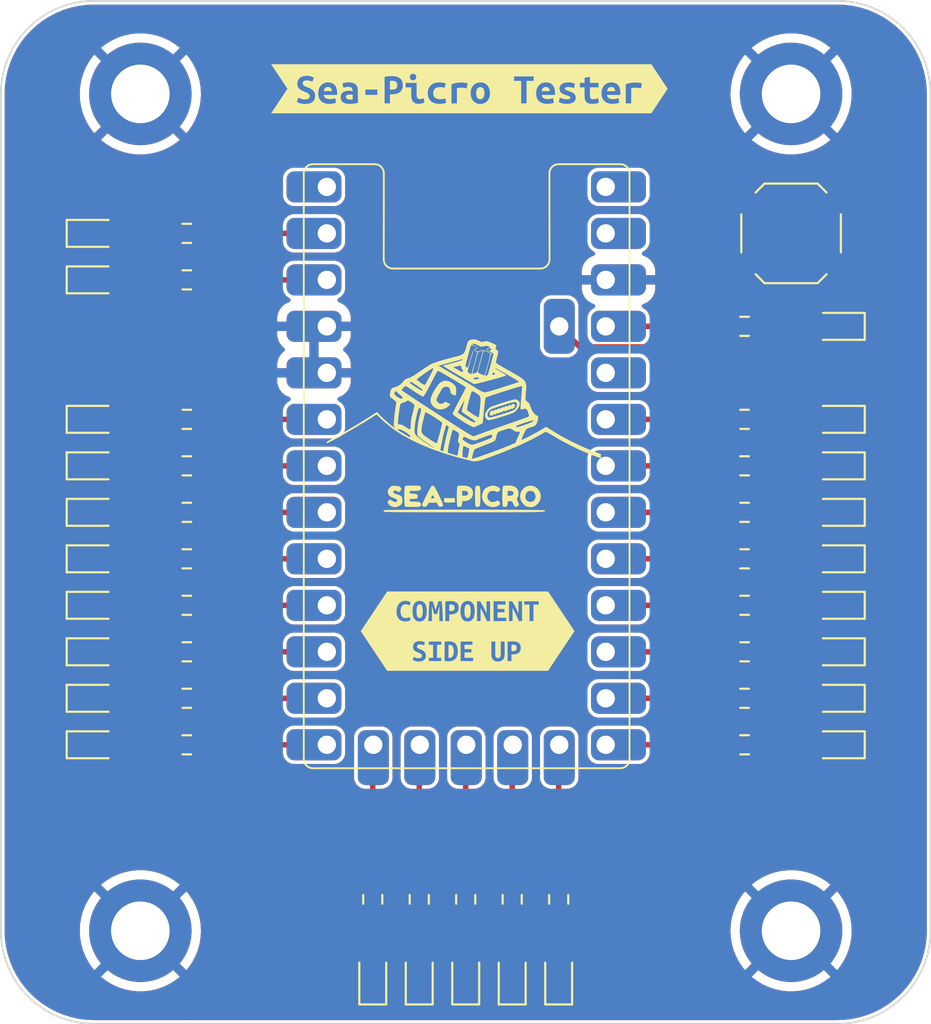
<source format=kicad_pcb>
(kicad_pcb (version 20211014) (generator pcbnew)
  (layers (0 "F.Cu" signal) (31 "B.Cu" signal) (34 "B.Paste" user) (35 "F.Paste" user) (36 "B.SilkS" user "B.Silkscreen") (37 "F.SilkS" user "F.Silkscreen") (38 "B.Mask" user) (39 "F.Mask" user) (44 "Edge.Cuts" user))
  (net 0 "")
  (net 1 "GND")
  (net 2 "Net-(D1-Pad2)")
  (net 3 "Net-(D2-Pad2)")
  (net 4 "Net-(D3-Pad2)")
  (net 5 "Net-(D4-Pad2)")
  (net 6 "Net-(D5-Pad2)")
  (net 7 "Net-(D6-Pad2)")
  (net 8 "Net-(D7-Pad2)")
  (net 9 "Net-(D8-Pad2)")
  (net 10 "Net-(D9-Pad2)")
  (net 11 "Net-(D10-Pad2)")
  (net 12 "Net-(D11-Pad2)")
  (net 13 "Net-(D12-Pad2)")
  (net 14 "Net-(D13-Pad2)")
  (net 15 "Net-(D14-Pad2)")
  (net 16 "Net-(D15-Pad2)")
  (net 17 "Net-(D16-Pad2)")
  (net 18 "Net-(D17-Pad2)")
  (net 19 "Net-(D18-Pad2)")
  (net 20 "Net-(D19-Pad2)")
  (net 21 "Net-(D20-Pad2)")
  (net 22 "Net-(D21-Pad2)")
  (net 23 "Net-(D22-Pad2)")
  (net 25 "Net-(J2-Pad6)")
  (net 26 "Net-(J2-Pad7)")
  (net 27 "Net-(J2-Pad8)")
  (net 28 "Net-(J2-Pad9)")
  (net 29 "Net-(J2-Pad10)")
  (net 30 "Net-(J2-Pad11)")
  (net 31 "Net-(J2-Pad12)")
  (net 32 "Net-(J2-Pad13)")
  (net 33 "Net-(J2-Pad14)")
  (net 34 "Net-(J2-Pad15)")
  (net 35 "Net-(J2-Pad16)")
  (net 36 "Net-(J2-Pad17)")
  (net 37 "Net-(J2-Pad18)")
  (net 38 "Net-(J2-Pad19)")
  (net 39 "Net-(J2-Pad20)")
  (net 40 "Net-(J2-Pad21)")
  (net 41 "Net-(J2-Pad22)")
  (net 42 "Net-(J2-Pad23)")
  (net 43 "Net-(J2-Pad24)")
  (net 44 "Net-(J2-Pad25)")
  (net 45 "Net-(J2-Pad26)")
  (net 47 "Net-(J2-Pad28)")
  (net 50 "Net-(J2-Pad32)")
  (net 51 "Net-(D23-Pad2)")
  (net 52 "Net-(D24-Pad2)")
  (net 53 "Net-(J2-Pad3)")
  (net 54 "Net-(J2-Pad2)")
  (footprint "Resistor_SMD:R_0603_1608Metric" (layer "F.Cu") (at 124.46 93.98 180)
    (fp_text reference "R8" hide)
    (fp_text value "R")
    (pad "1" smd roundrect (at -0.825 0 180) (size 0.8 0.95) (layers "F.Cu" "F.Paste" "F.Mask") (net 28 "Net-(J2-Pad9)"))
    (pad "2" smd roundrect (at 0.825 0 180) (size 0.8 0.95) (layers "F.Cu" "F.Paste" "F.Mask") (net 9 "Net-(D8-Pad2)"))
  )
  (footprint "Resistor_SMD:R_0603_1608Metric" (layer "F.Cu") (at 154.94 91.44)
    (fp_text reference "R7" hide)
    (fp_text value "R")
    (pad "1" smd roundrect (at -0.825 0) (size 0.8 0.95) (layers "F.Cu" "F.Paste" "F.Mask") (net 43 "Net-(J2-Pad24)"))
    (pad "2" smd roundrect (at 0.825 0) (size 0.8 0.95) (layers "F.Cu" "F.Paste" "F.Mask") (net 8 "Net-(D7-Pad2)"))
  )
  (footprint "LED_SMD:LED_0603_1608Metric" (layer "F.Cu") (at 160.02 96.52 180)
    (fp_text reference "D11" hide)
    (fp_text value "LED")
    (pad "1" smd roundrect (at -0.7875 0 180) (size 0.875 0.95) (layers "F.Cu" "F.Paste" "F.Mask") (net 1 "GND"))
    (pad "2" smd roundrect (at 0.7875 0 180) (size 0.875 0.95) (layers "F.Cu" "F.Paste" "F.Mask") (net 12 "Net-(D11-Pad2)"))
  )
  (footprint "MountingHole:MountingHole_3.2mm_M3_DIN965_Pad" (layer "F.Cu") (at 157.48 114.3)
    (fp_text reference "H4" hide)
    (fp_text value "M3")
    (pad "1" thru_hole circle (at 0 0) (size 5.6 5.6) (drill 3.2) (layers *.Cu *.Mask) (net 1 "GND"))
  )
  (footprint "Resistor_SMD:R_0603_1608Metric" (layer "F.Cu") (at 154.94 101.6)
    (fp_text reference "R15" hide)
    (fp_text value "R")
    (pad "1" smd roundrect (at -0.825 0) (size 0.8 0.95) (layers "F.Cu" "F.Paste" "F.Mask") (net 39 "Net-(J2-Pad20)"))
    (pad "2" smd roundrect (at 0.825 0) (size 0.8 0.95) (layers "F.Cu" "F.Paste" "F.Mask") (net 16 "Net-(D15-Pad2)"))
  )
  (footprint "Resistor_SMD:R_0603_1608Metric" (layer "F.Cu") (at 142.24 112.585 -90)
    (fp_text reference "R19" hide)
    (fp_text value "R")
    (pad "1" smd roundrect (at -0.825 0 270) (size 0.8 0.95) (layers "F.Cu" "F.Paste" "F.Mask") (net 36 "Net-(J2-Pad17)"))
    (pad "2" smd roundrect (at 0.825 0 270) (size 0.8 0.95) (layers "F.Cu" "F.Paste" "F.Mask") (net 20 "Net-(D19-Pad2)"))
  )
  (footprint "Resistor_SMD:R_0603_1608Metric" (layer "F.Cu") (at 137.16 112.585 -90)
    (fp_text reference "R18" hide)
    (fp_text value "R")
    (pad "1" smd roundrect (at -0.825 0 270) (size 0.8 0.95) (layers "F.Cu" "F.Paste" "F.Mask") (net 34 "Net-(J2-Pad15)"))
    (pad "2" smd roundrect (at 0.825 0 270) (size 0.8 0.95) (layers "F.Cu" "F.Paste" "F.Mask") (net 19 "Net-(D18-Pad2)"))
  )
  (footprint "LED_SMD:LED_0603_1608Metric" (layer "F.Cu") (at 160.02 99.06 180)
    (fp_text reference "D13" hide)
    (fp_text value "LED")
    (pad "1" smd roundrect (at -0.7875 0 180) (size 0.875 0.95) (layers "F.Cu" "F.Paste" "F.Mask") (net 1 "GND"))
    (pad "2" smd roundrect (at 0.7875 0 180) (size 0.875 0.95) (layers "F.Cu" "F.Paste" "F.Mask") (net 14 "Net-(D13-Pad2)"))
  )
  (footprint "LED_SMD:LED_0603_1608Metric" (layer "F.Cu") (at 160.02 86.36 180)
    (fp_text reference "D3" hide)
    (fp_text value "LED")
    (pad "1" smd roundrect (at -0.7875 0 180) (size 0.875 0.95) (layers "F.Cu" "F.Paste" "F.Mask") (net 1 "GND"))
    (pad "2" smd roundrect (at 0.7875 0 180) (size 0.875 0.95) (layers "F.Cu" "F.Paste" "F.Mask") (net 4 "Net-(D3-Pad2)"))
  )
  (footprint "LED_SMD:LED_0603_1608Metric" (layer "F.Cu") (at 160.02 81.28 180)
    (fp_text reference "D1" hide)
    (fp_text value "LED")
    (pad "1" smd roundrect (at -0.7875 0 180) (size 0.875 0.95) (layers "F.Cu" "F.Paste" "F.Mask") (net 1 "GND"))
    (pad "2" smd roundrect (at 0.7875 0 180) (size 0.875 0.95) (layers "F.Cu" "F.Paste" "F.Mask") (net 2 "Net-(D1-Pad2)"))
  )
  (footprint "MountingHole:MountingHole_3.2mm_M3_DIN965_Pad" (layer "F.Cu") (at 121.92 114.3)
    (fp_text reference "H3" hide)
    (fp_text value "M3")
    (pad "1" thru_hole circle (at 0 0) (size 5.6 5.6) (drill 3.2) (layers *.Cu *.Mask) (net 1 "GND"))
  )
  (footprint "LED_SMD:LED_0603_1608Metric" (layer "F.Cu") (at 119.38 91.44)
    (fp_text reference "D6" hide)
    (fp_text value "LED")
    (pad "1" smd roundrect (at -0.7875 0) (size 0.875 0.95) (layers "F.Cu" "F.Paste" "F.Mask") (net 1 "GND"))
    (pad "2" smd roundrect (at 0.7875 0) (size 0.875 0.95) (layers "F.Cu" "F.Paste" "F.Mask") (net 7 "Net-(D6-Pad2)"))
  )
  (footprint "LED_SMD:LED_0603_1608Metric" (layer "F.Cu") (at 119.38 104.14)
    (fp_text reference "D16" hide)
    (fp_text value "LED")
    (pad "1" smd roundrect (at -0.7875 0) (size 0.875 0.95) (layers "F.Cu" "F.Paste" "F.Mask") (net 1 "GND"))
    (pad "2" smd roundrect (at 0.7875 0) (size 0.875 0.95) (layers "F.Cu" "F.Paste" "F.Mask") (net 17 "Net-(D16-Pad2)"))
  )
  (footprint "LED_SMD:LED_0603_1608Metric" (layer "F.Cu") (at 119.38 88.9)
    (fp_text reference "D4" hide)
    (fp_text value "LED")
    (pad "1" smd roundrect (at -0.7875 0) (size 0.875 0.95) (layers "F.Cu" "F.Paste" "F.Mask") (net 1 "GND"))
    (pad "2" smd roundrect (at 0.7875 0) (size 0.875 0.95) (layers "F.Cu" "F.Paste" "F.Mask") (net 5 "Net-(D4-Pad2)"))
  )
  (footprint "Resistor_SMD:R_0603_1608Metric" (layer "F.Cu") (at 154.94 93.98)
    (fp_text reference "R9" hide)
    (fp_text value "R")
    (pad "1" smd roundrect (at -0.825 0) (size 0.8 0.95) (layers "F.Cu" "F.Paste" "F.Mask") (net 42 "Net-(J2-Pad23)"))
    (pad "2" smd roundrect (at 0.825 0) (size 0.8 0.95) (layers "F.Cu" "F.Paste" "F.Mask") (net 10 "Net-(D9-Pad2)"))
  )
  (footprint "LED_SMD:LED_0603_1608Metric" (layer "F.Cu") (at 160.02 101.6 180)
    (fp_text reference "D15" hide)
    (fp_text value "LED")
    (pad "1" smd roundrect (at -0.7875 0 180) (size 0.875 0.95) (layers "F.Cu" "F.Paste" "F.Mask") (net 1 "GND"))
    (pad "2" smd roundrect (at 0.7875 0 180) (size 0.875 0.95) (layers "F.Cu" "F.Paste" "F.Mask") (net 16 "Net-(D15-Pad2)"))
  )
  (footprint "LED_SMD:LED_0603_1608Metric" (layer "F.Cu") (at 142.24 116.84 90)
    (fp_text reference "D19" hide)
    (fp_text value "LED")
    (pad "1" smd roundrect (at -0.7875 0 90) (size 0.875 0.95) (layers "F.Cu" "F.Paste" "F.Mask") (net 1 "GND"))
    (pad "2" smd roundrect (at 0.7875 0 90) (size 0.875 0.95) (layers "F.Cu" "F.Paste" "F.Mask") (net 20 "Net-(D19-Pad2)"))
  )
  (footprint "Resistor_SMD:R_0603_1608Metric" (layer "F.Cu") (at 124.46 86.36 180)
    (fp_text reference "R2" hide)
    (fp_text value "R")
    (pad "1" smd roundrect (at -0.825 0 180) (size 0.8 0.95) (layers "F.Cu" "F.Paste" "F.Mask") (net 25 "Net-(J2-Pad6)"))
    (pad "2" smd roundrect (at 0.825 0 180) (size 0.8 0.95) (layers "F.Cu" "F.Paste" "F.Mask") (net 3 "Net-(D2-Pad2)"))
  )
  (footprint "Resistor_SMD:R_0603_1608Metric" (layer "F.Cu") (at 124.46 96.52 180)
    (fp_text reference "R10" hide)
    (fp_text value "R")
    (pad "1" smd roundrect (at -0.825 0 180) (size 0.8 0.95) (layers "F.Cu" "F.Paste" "F.Mask") (net 29 "Net-(J2-Pad10)"))
    (pad "2" smd roundrect (at 0.825 0 180) (size 0.8 0.95) (layers "F.Cu" "F.Paste" "F.Mask") (net 11 "Net-(D10-Pad2)"))
  )
  (footprint "Resistor_SMD:R_0603_1608Metric" (layer "F.Cu") (at 124.46 76.2 180)
    (fp_text reference "R23" hide)
    (fp_text value "R")
    (pad "1" smd roundrect (at -0.825 0 180) (size 0.8 0.95) (layers "F.Cu" "F.Paste" "F.Mask") (net 54 "Net-(J2-Pad2)"))
    (pad "2" smd roundrect (at 0.825 0 180) (size 0.8 0.95) (layers "F.Cu" "F.Paste" "F.Mask") (net 51 "Net-(D23-Pad2)"))
  )
  (footprint "LED_SMD:LED_0603_1608Metric" (layer "F.Cu") (at 144.78 116.84 90)
    (fp_text reference "D21" hide)
    (fp_text value "LED")
    (pad "1" smd roundrect (at -0.7875 0 90) (size 0.875 0.95) (layers "F.Cu" "F.Paste" "F.Mask") (net 1 "GND"))
    (pad "2" smd roundrect (at 0.7875 0 90) (size 0.875 0.95) (layers "F.Cu" "F.Paste" "F.Mask") (net 22 "Net-(D21-Pad2)"))
  )
  (footprint "Resistor_SMD:R_0603_1608Metric" (layer "F.Cu") (at 154.94 99.06)
    (fp_text reference "R13" hide)
    (fp_text value "R")
    (pad "1" smd roundrect (at -0.825 0) (size 0.8 0.95) (layers "F.Cu" "F.Paste" "F.Mask") (net 40 "Net-(J2-Pad21)"))
    (pad "2" smd roundrect (at 0.825 0) (size 0.8 0.95) (layers "F.Cu" "F.Paste" "F.Mask") (net 14 "Net-(D13-Pad2)"))
  )
  (footprint "LED_SMD:LED_0603_1608Metric" (layer "F.Cu") (at 119.38 101.6)
    (fp_text reference "D14" hide)
    (fp_text value "LED")
    (pad "1" smd roundrect (at -0.7875 0) (size 0.875 0.95) (layers "F.Cu" "F.Paste" "F.Mask") (net 1 "GND"))
    (pad "2" smd roundrect (at 0.7875 0) (size 0.875 0.95) (layers "F.Cu" "F.Paste" "F.Mask") (net 15 "Net-(D14-Pad2)"))
  )
  (footprint "Resistor_SMD:R_0603_1608Metric" (layer "F.Cu") (at 144.78 112.585 -90)
    (fp_text reference "R21" hide)
    (fp_text value "R")
    (pad "1" smd roundrect (at -0.825 0 270) (size 0.8 0.95) (layers "F.Cu" "F.Paste" "F.Mask") (net 37 "Net-(J2-Pad18)"))
    (pad "2" smd roundrect (at 0.825 0 270) (size 0.8 0.95) (layers "F.Cu" "F.Paste" "F.Mask") (net 22 "Net-(D21-Pad2)"))
  )
  (footprint "josh-buttons-switches:SW_SPST_SKQG" (layer "F.Cu") (at 157.48 76.2 180)
    (fp_text reference "SW1" hide)
    (fp_text value "SW_Push")
    (pad "1" smd rect (at -3.1 -1.85 180) (size 1.8 1.1) (layers "F.Cu" "F.Paste" "F.Mask") (net 47 "Net-(J2-Pad28)"))
    (pad "1" smd rect (at 3.1 -1.85 180) (size 1.8 1.1) (layers "F.Cu" "F.Paste" "F.Mask") (net 47 "Net-(J2-Pad28)"))
    (pad "2" smd rect (at -3.1 1.85 180) (size 1.8 1.1) (layers "F.Cu" "F.Paste" "F.Mask") (net 1 "GND"))
    (pad "2" smd rect (at 3.1 1.85 180) (size 1.8 1.1) (layers "F.Cu" "F.Paste" "F.Mask") (net 1 "GND"))
    (zone (net 0) (net_name "") (layer "F.Cu") (connect_pads (clearance 0)) (min_thickness 0.254)
      (keepout (tracks not_allowed) (vias not_allowed) (pads not_allowed) (copperpour not_allowed) (footprints not_allowed))
      (fill (thermal_gap 0.508) (thermal_bridge_width 0.508))
      (polygon (pts (xy 156.48 77.5) (xy 153.48 77.5) (xy 153.48 74.9) (xy 156.48 74.9)))
    )
    (zone (net 0) (net_name "") (layer "F.Cu") (connect_pads (clearance 0)) (min_thickness 0.254)
      (keepout (tracks not_allowed) (vias not_allowed) (pads not_allowed) (copperpour not_allowed) (footprints not_allowed))
      (fill (thermal_gap 0.508) (thermal_bridge_width 0.508))
      (polygon (pts (xy 161.48 77.5) (xy 158.48 77.5) (xy 158.48 74.9) (xy 161.48 74.9)))
    )
  )
  (footprint "Resistor_SMD:R_0603_1608Metric" (layer "F.Cu") (at 134.62 112.585 -90)
    (fp_text reference "R22" hide)
    (fp_text value "R")
    (pad "1" smd roundrect (at -0.825 0 270) (size 0.8 0.95) (layers "F.Cu" "F.Paste" "F.Mask") (net 33 "Net-(J2-Pad14)"))
    (pad "2" smd roundrect (at 0.825 0 270) (size 0.8 0.95) (layers "F.Cu" "F.Paste" "F.Mask") (net 23 "Net-(D22-Pad2)"))
  )
  (footprint "LED_SMD:LED_0603_1608Metric" (layer "F.Cu") (at 160.02 93.98 180)
    (fp_text reference "D9" hide)
    (fp_text value "LED")
    (pad "1" smd roundrect (at -0.7875 0 180) (size 0.875 0.95) (layers "F.Cu" "F.Paste" "F.Mask") (net 1 "GND"))
    (pad "2" smd roundrect (at 0.7875 0 180) (size 0.875 0.95) (layers "F.Cu" "F.Paste" "F.Mask") (net 10 "Net-(D9-Pad2)"))
  )
  (footprint "LED_SMD:LED_0603_1608Metric" (layer "F.Cu") (at 139.7 116.84 90)
    (fp_text reference "D20" hide)
    (fp_text value "LED")
    (pad "1" smd roundrect (at -0.7875 0 90) (size 0.875 0.95) (layers "F.Cu" "F.Paste" "F.Mask") (net 1 "GND"))
    (pad "2" smd roundrect (at 0.7875 0 90) (size 0.875 0.95) (layers "F.Cu" "F.Paste" "F.Mask") (net 21 "Net-(D20-Pad2)"))
  )
  (footprint "LED_SMD:LED_0603_1608Metric" (layer "F.Cu") (at 160.02 88.9 180)
    (fp_text reference "D5" hide)
    (fp_text value "LED")
    (pad "1" smd roundrect (at -0.7875 0 180) (size 0.875 0.95) (layers "F.Cu" "F.Paste" "F.Mask") (net 1 "GND"))
    (pad "2" smd roundrect (at 0.7875 0 180) (size 0.875 0.95) (layers "F.Cu" "F.Paste" "F.Mask") (net 6 "Net-(D5-Pad2)"))
  )
  (footprint "Resistor_SMD:R_0603_1608Metric" (layer "F.Cu") (at 124.46 91.44 180)
    (fp_text reference "R6" hide)
    (fp_text value "R")
    (pad "1" smd roundrect (at -0.825 0 180) (size 0.8 0.95) (layers "F.Cu" "F.Paste" "F.Mask") (net 27 "Net-(J2-Pad8)"))
    (pad "2" smd roundrect (at 0.825 0 180) (size 0.8 0.95) (layers "F.Cu" "F.Paste" "F.Mask") (net 7 "Net-(D6-Pad2)"))
  )
  (footprint "LED_SMD:LED_0603_1608Metric" (layer "F.Cu") (at 119.38 78.74)
    (fp_text reference "D24" hide)
    (fp_text value "LED")
    (pad "1" smd roundrect (at -0.7875 0) (size 0.875 0.95) (layers "F.Cu" "F.Paste" "F.Mask") (net 1 "GND"))
    (pad "2" smd roundrect (at 0.7875 0) (size 0.875 0.95) (layers "F.Cu" "F.Paste" "F.Mask") (net 52 "Net-(D24-Pad2)"))
  )
  (footprint "Resistor_SMD:R_0603_1608Metric" (layer "F.Cu") (at 124.46 88.9 180)
    (fp_text reference "R4" hide)
    (fp_text value "R")
    (pad "1" smd roundrect (at -0.825 0 180) (size 0.8 0.95) (layers "F.Cu" "F.Paste" "F.Mask") (net 26 "Net-(J2-Pad7)"))
    (pad "2" smd roundrect (at 0.825 0 180) (size 0.8 0.95) (layers "F.Cu" "F.Paste" "F.Mask") (net 5 "Net-(D4-Pad2)"))
  )
  (footprint "josh-module:Sea-Picro_EXT_Module_Castellated" (layer "F.Cu") (at 139.7 88.9)
    (fp_text reference "J2" hide)
    (fp_text value "Sea-Picro")
    (pad "1" thru_hole roundrect (at -7.58951 -15.24) (size 3 1.7) (drill 1 (offset -0.7 0)) (layers *.Cu *.Mask))
    (pad "2" thru_hole roundrect (at -7.58951 -12.7 180) (size 3 1.7) (drill 1 (offset 0.7 0)) (layers *.Cu *.Mask) (net 54 "Net-(J2-Pad2)"))
    (pad "3" thru_hole roundrect (at -7.58951 -10.16 180) (size 3 1.7) (drill 1 (offset 0.7 0)) (layers *.Cu *.Mask) (net 53 "Net-(J2-Pad3)"))
    (pad "4" thru_hole roundrect (at -7.58951 -7.62 180) (size 3 1.7) (drill 1 (offset 0.7 0)) (layers *.Cu *.Mask) (net 1 "GND"))
    (pad "5" thru_hole roundrect (at -7.58951 -5.08 180) (size 3 1.7) (drill 1 (offset 0.7 0)) (layers *.Cu *.Mask) (net 1 "GND"))
    (pad "6" thru_hole roundrect (at -7.58951 -2.54 180) (size 3 1.7) (drill 1 (offset 0.7 0)) (layers *.Cu *.Mask) (net 25 "Net-(J2-Pad6)"))
    (pad "7" thru_hole roundrect (at -7.58951 0 180) (size 3 1.7) (drill 1 (offset 0.7 0)) (layers *.Cu *.Mask) (net 26 "Net-(J2-Pad7)"))
    (pad "8" thru_hole roundrect (at -7.58951 2.54 180) (size 3 1.7) (drill 1 (offset 0.7 0)) (layers *.Cu *.Mask) (net 27 "Net-(J2-Pad8)"))
    (pad "9" thru_hole roundrect (at -7.58951 5.08 180) (size 3 1.7) (drill 1 (offset 0.7 0)) (layers *.Cu *.Mask) (net 28 "Net-(J2-Pad9)"))
    (pad "10" thru_hole roundrect (at -7.58951 7.62 180) (size 3 1.7) (drill 1 (offset 0.7 0)) (layers *.Cu *.Mask) (net 29 "Net-(J2-Pad10)"))
    (pad "11" thru_hole roundrect (at -7.58951 10.16 180) (size 3 1.7) (drill 1 (offset 0.7 0)) (layers *.Cu *.Mask) (net 30 "Net-(J2-Pad11)"))
    (pad "12" thru_hole roundrect (at -7.58951 12.7 180) (size 3 1.7) (drill 1 (offset 0.7 0)) (layers *.Cu *.Mask) (net 31 "Net-(J2-Pad12)"))
    (pad "13" thru_hole roundrect (at -7.58951 15.24 180) (size 3 1.7) (drill 1 (offset 0.7 0)) (layers *.Cu *.Mask) (net 32 "Net-(J2-Pad13)"))
    (pad "14" thru_hole roundrect (at -5.04951 15.24 270) (size 3 1.7) (drill 1 (offset 0.7 0)) (layers *.Cu *.Mask) (net 33 "Net-(J2-Pad14)"))
    (pad "15" thru_hole roundrect (at -2.50951 15.24 270) (size 3 1.7) (drill 1 (offset 0.7 0)) (layers *.Cu *.Mask) (net 34 "Net-(J2-Pad15)"))
    (pad "16" thru_hole roundrect (at 0.03049 15.24 270) (size 3 1.7) (drill 1 (offset 0.7 0)) (layers *.Cu *.Mask) (net 35 "Net-(J2-Pad16)"))
    (pad "17" thru_hole roundrect (at 2.57049 15.24 270) (size 3 1.7) (drill 1 (offset 0.7 0)) (layers *.Cu *.Mask) (net 36 "Net-(J2-Pad17)"))
    (pad "18" thru_hole roundrect (at 5.11049 15.24 270) (size 3 1.7) (drill 1 (offset 0.7 0)) (layers *.Cu *.Mask) (net 37 "Net-(J2-Pad18)"))
    (pad "19" thru_hole roundrect (at 7.65049 15.24) (size 3 1.7) (drill 1 (offset 0.7 0)) (layers *.Cu *.Mask) (net 38 "Net-(J2-Pad19)"))
    (pad "20" thru_hole roundrect (at 7.65049 12.7) (size 3 1.7) (drill 1 (offset 0.7 0)) (layers *.Cu *.Mask) (net 39 "Net-(J2-Pad20)"))
    (pad "21" thru_hole roundrect (at 7.65049 10.16) (size 3 1.7) (drill 1 (offset 0.7 0)) (layers *.Cu *.Mask) (net 40 "Net-(J2-Pad21)"))
    (pad "22" thru_hole roundrect (at 7.65049 7.62) (size 3 1.7) (drill 1 (offset 0.7 0)) (layers *.Cu *.Mask) (net 41 "Net-(J2-Pad22)"))
    (pad "23" thru_hole roundrect (at 7.65049 5.08) (size 3 1.7) (drill 1 (offset 0.7 0)) (layers *.Cu *.Mask) (net 42 "Net-(J2-Pad23)"))
    (pad "24" thru_hole roundrect (at 7.65049 2.54) (size 3 1.7) (drill 1 (offset 0.7 0)) (layers *.Cu *.Mask) (net 43 "Net-(J2-Pad24)"))
    (pad "25" thru_hole roundrect (at 7.65049 0) (size 3 1.7) (drill 1 (offset 0.7 0)) (layers *.Cu *.Mask) (net 44 "Net-(J2-Pad25)"))
    (pad "26" thru_hole roundrect (at 7.65049 -2.54) (size 3 1.7) (drill 1 (offset 0.7 0)) (layers *.Cu *.Mask) (net 45 "Net-(J2-Pad26)"))
    (pad "27" thru_hole roundrect (at 7.65049 -5.08) (size 3 1.7) (drill 1 (offset 0.7 0)) (layers *.Cu *.Mask))
    (pad "28" thru_hole roundrect (at 7.65049 -7.62) (size 3 1.7) (drill 1 (offset 0.7 0)) (layers *.Cu *.Mask) (net 47 "Net-(J2-Pad28)"))
    (pad "29" thru_hole roundrect (at 7.65049 -10.16) (size 3 1.7) (drill 1 (offset 0.7 0)) (layers *.Cu *.Mask) (net 1 "GND"))
    (pad "30" thru_hole roundrect (at 7.65049 -12.7) (size 3 1.7) (drill 1 (offset 0.7 0)) (layers *.Cu *.Mask))
    (pad "31" thru_hole roundrect (at 7.65049 -15.24) (size 3 1.7) (drill 1 (offset 0.7 0)) (layers *.Cu *.Mask))
    (pad "32" thru_hole roundrect (at 5.11049 -7.62 90) (size 3 1.7) (drill 1) (layers *.Cu *.Mask) (net 50 "Net-(J2-Pad32)"))
  )
  (footprint "LED_SMD:LED_0603_1608Metric" (layer "F.Cu") (at 119.38 96.52)
    (fp_text reference "D10" hide)
    (fp_text value "LED")
    (pad "1" smd roundrect (at -0.7875 0) (size 0.875 0.95) (layers "F.Cu" "F.Paste" "F.Mask") (net 1 "GND"))
    (pad "2" smd roundrect (at 0.7875 0) (size 0.875 0.95) (layers "F.Cu" "F.Paste" "F.Mask") (net 11 "Net-(D10-Pad2)"))
  )
  (footprint "MountingHole:MountingHole_3.2mm_M3_DIN965_Pad" (layer "F.Cu") (at 157.48 68.58)
    (fp_text reference "H2" hide)
    (fp_text value "M3")
    (pad "1" thru_hole circle (at 0 0) (size 5.6 5.6) (drill 3.2) (layers *.Cu *.Mask) (net 1 "GND"))
  )
  (footprint "Resistor_SMD:R_0603_1608Metric" (layer "F.Cu") (at 154.94 104.14)
    (fp_text reference "R17" hide)
    (fp_text value "R")
    (pad "1" smd roundrect (at -0.825 0) (size 0.8 0.95) (layers "F.Cu" "F.Paste" "F.Mask") (net 38 "Net-(J2-Pad19)"))
    (pad "2" smd roundrect (at 0.825 0) (size 0.8 0.95) (layers "F.Cu" "F.Paste" "F.Mask") (net 18 "Net-(D17-Pad2)"))
  )
  (footprint "LED_SMD:LED_0603_1608Metric" (layer "F.Cu") (at 119.38 93.98)
    (fp_text reference "D8" hide)
    (fp_text value "LED")
    (pad "1" smd roundrect (at -0.7875 0) (size 0.875 0.95) (layers "F.Cu" "F.Paste" "F.Mask") (net 1 "GND"))
    (pad "2" smd roundrect (at 0.7875 0) (size 0.875 0.95) (layers "F.Cu" "F.Paste" "F.Mask") (net 9 "Net-(D8-Pad2)"))
  )
  (footprint "LED_SMD:LED_0603_1608Metric" (layer "F.Cu") (at 119.38 86.36)
    (fp_text reference "D2" hide)
    (fp_text value "LED")
    (pad "1" smd roundrect (at -0.7875 0) (size 0.875 0.95) (layers "F.Cu" "F.Paste" "F.Mask") (net 1 "GND"))
    (pad "2" smd roundrect (at 0.7875 0) (size 0.875 0.95) (layers "F.Cu" "F.Paste" "F.Mask") (net 3 "Net-(D2-Pad2)"))
  )
  (footprint "LED_SMD:LED_0603_1608Metric" (layer "F.Cu") (at 119.38 99.06)
    (fp_text reference "D12" hide)
    (fp_text value "LED")
    (pad "1" smd roundrect (at -0.7875 0) (size 0.875 0.95) (layers "F.Cu" "F.Paste" "F.Mask") (net 1 "GND"))
    (pad "2" smd roundrect (at 0.7875 0) (size 0.875 0.95) (layers "F.Cu" "F.Paste" "F.Mask") (net 13 "Net-(D12-Pad2)"))
  )
  (footprint "LED_SMD:LED_0603_1608Metric" (layer "F.Cu") (at 160.02 104.14 180)
    (fp_text reference "D17" hide)
    (fp_text value "LED")
    (pad "1" smd roundrect (at -0.7875 0 180) (size 0.875 0.95) (layers "F.Cu" "F.Paste" "F.Mask") (net 1 "GND"))
    (pad "2" smd roundrect (at 0.7875 0 180) (size 0.875 0.95) (layers "F.Cu" "F.Paste" "F.Mask") (net 18 "Net-(D17-Pad2)"))
  )
  (footprint "Resistor_SMD:R_0603_1608Metric" (layer "F.Cu") (at 154.94 81.28)
    (fp_text reference "R1" hide)
    (fp_text value "R")
    (pad "1" smd roundrect (at -0.825 0) (size 0.8 0.95) (layers "F.Cu" "F.Paste" "F.Mask") (net 50 "Net-(J2-Pad32)"))
    (pad "2" smd roundrect (at 0.825 0) (size 0.8 0.95) (layers "F.Cu" "F.Paste" "F.Mask") (net 2 "Net-(D1-Pad2)"))
  )
  (footprint "kibuzzard-62BD9ADA" (layer "F.Cu") (at 139.9 68.3)
    (fp_text reference "kibuzzard-62BD9ADA" hide)
    (fp_text value "G***" hide)
  )
  (footprint "Resistor_SMD:R_0603_1608Metric" (layer "F.Cu") (at 124.46 101.6 180)
    (fp_text reference "R14" hide)
    (fp_text value "R")
    (pad "1" smd roundrect (at -0.825 0 180) (size 0.8 0.95) (layers "F.Cu" "F.Paste" "F.Mask") (net 31 "Net-(J2-Pad12)"))
    (pad "2" smd roundrect (at 0.825 0 180) (size 0.8 0.95) (layers "F.Cu" "F.Paste" "F.Mask") (net 15 "Net-(D14-Pad2)"))
  )
  (footprint "Resistor_SMD:R_0603_1608Metric" (layer "F.Cu") (at 154.94 96.52)
    (fp_text reference "R11" hide)
    (fp_text value "R")
    (pad "1" smd roundrect (at -0.825 0) (size 0.8 0.95) (layers "F.Cu" "F.Paste" "F.Mask") (net 41 "Net-(J2-Pad22)"))
    (pad "2" smd roundrect (at 0.825 0) (size 0.8 0.95) (layers "F.Cu" "F.Paste" "F.Mask") (net 12 "Net-(D11-Pad2)"))
  )
  (footprint "LED_SMD:LED_0603_1608Metric" (layer "F.Cu") (at 160.02 91.44 180)
    (fp_text reference "D7" hide)
    (fp_text value "LED")
    (pad "1" smd roundrect (at -0.7875 0 180) (size 0.875 0.95) (layers "F.Cu" "F.Paste" "F.Mask") (net 1 "GND"))
    (pad "2" smd roundrect (at 0.7875 0 180) (size 0.875 0.95) (layers "F.Cu" "F.Paste" "F.Mask") (net 8 "Net-(D7-Pad2)"))
  )
  (footprint "Resistor_SMD:R_0603_1608Metric" (layer "F.Cu") (at 154.94 86.36)
    (fp_text reference "R3" hide)
    (fp_text value "R")
    (pad "1" smd roundrect (at -0.825 0) (size 0.8 0.95) (layers "F.Cu" "F.Paste" "F.Mask") (net 45 "Net-(J2-Pad26)"))
    (pad "2" smd roundrect (at 0.825 0) (size 0.8 0.95) (layers "F.Cu" "F.Paste" "F.Mask") (net 4 "Net-(D3-Pad2)"))
  )
  (footprint "Resistor_SMD:R_0603_1608Metric" (layer "F.Cu") (at 139.7 112.585 -90)
    (fp_text reference "R20" hide)
    (fp_text value "R")
    (pad "1" smd roundrect (at -0.825 0 270) (size 0.8 0.95) (layers "F.Cu" "F.Paste" "F.Mask") (net 35 "Net-(J2-Pad16)"))
    (pad "2" smd roundrect (at 0.825 0 270) (size 0.8 0.95) (layers "F.Cu" "F.Paste" "F.Mask") (net 21 "Net-(D20-Pad2)"))
  )
  (footprint "MountingHole:MountingHole_3.2mm_M3_DIN965_Pad" (layer "F.Cu") (at 121.92 68.58)
    (fp_text reference "H1" hide)
    (fp_text value "M3")
    (pad "1" thru_hole circle (at 0 0) (size 5.6 5.6) (drill 3.2) (layers *.Cu *.Mask) (net 1 "GND"))
  )
  (footprint "Resistor_SMD:R_0603_1608Metric" (layer "F.Cu") (at 124.46 104.14 180)
    (fp_text reference "R16" hide)
    (fp_text value "R")
    (pad "1" smd roundrect (at -0.825 0 180) (size 0.8 0.95) (layers "F.Cu" "F.Paste" "F.Mask") (net 32 "Net-(J2-Pad13)"))
    (pad "2" smd roundrect (at 0.825 0 180) (size 0.8 0.95) (layers "F.Cu" "F.Paste" "F.Mask") (net 17 "Net-(D16-Pad2)"))
  )
  (footprint "LED_SMD:LED_0603_1608Metric" (layer "F.Cu") (at 134.62 116.84 90)
    (fp_text reference "D22" hide)
    (fp_text value "LED")
    (pad "1" smd roundrect (at -0.7875 0 90) (size 0.875 0.95) (layers "F.Cu" "F.Paste" "F.Mask") (net 1 "GND"))
    (pad "2" smd roundrect (at 0.7875 0 90) (size 0.875 0.95) (layers "F.Cu" "F.Paste" "F.Mask") (net 23 "Net-(D22-Pad2)"))
  )
  (footprint "Resistor_SMD:R_0603_1608Metric" (layer "F.Cu") (at 124.46 99.06 180)
    (fp_text reference "R12" hide)
    (fp_text value "R")
    (pad "1" smd roundrect (at -0.825 0 180) (size 0.8 0.95) (layers "F.Cu" "F.Paste" "F.Mask") (net 30 "Net-(J2-Pad11)"))
    (pad "2" smd roundrect (at 0.825 0 180) (size 0.8 0.95) (layers "F.Cu" "F.Paste" "F.Mask") (net 13 "Net-(D12-Pad2)"))
  )
  (footprint "LED_SMD:LED_0603_1608Metric" (layer "F.Cu") (at 119.38 76.2)
    (fp_text reference "D23" hide)
    (fp_text value "LED")
    (pad "1" smd roundrect (at -0.7875 0) (size 0.875 0.95) (layers "F.Cu" "F.Paste" "F.Mask") (net 1 "GND"))
    (pad "2" smd roundrect (at 0.7875 0) (size 0.875 0.95) (layers "F.Cu" "F.Paste" "F.Mask") (net 51 "Net-(D23-Pad2)"))
  )
  (footprint "LED_SMD:LED_0603_1608Metric" (layer "F.Cu") (at 137.16 116.84 90)
    (fp_text reference "D18" hide)
    (fp_text value "LED")
    (pad "1" smd roundrect (at -0.7875 0 90) (size 0.875 0.95) (layers "F.Cu" "F.Paste" "F.Mask") (net 1 "GND"))
    (pad "2" smd roundrect (at 0.7875 0 90) (size 0.875 0.95) (layers "F.Cu" "F.Paste" "F.Mask") (net 19 "Net-(D18-Pad2)"))
  )
  (footprint "Resistor_SMD:R_0603_1608Metric" (layer "F.Cu") (at 154.94 88.9)
    (fp_text reference "R5" hide)
    (fp_text value "R")
    (pad "1" smd roundrect (at -0.825 0) (size 0.8 0.95) (layers "F.Cu" "F.Paste" "F.Mask") (net 44 "Net-(J2-Pad25)"))
    (pad "2" smd roundrect (at 0.825 0) (size 0.8 0.95) (layers "F.Cu" "F.Paste" "F.Mask") (net 6 "Net-(D5-Pad2)"))
  )
  (footprint "Resistor_SMD:R_0603_1608Metric" (layer "F.Cu") (at 124.46 78.74 180)
    (fp_text reference "R24" hide)
    (fp_text value "R")
    (pad "1" smd roundrect (at -0.825 0 180) (size 0.8 0.95) (layers "F.Cu" "F.Paste" "F.Mask") (net 53 "Net-(J2-Pad3)"))
    (pad "2" smd roundrect (at 0.825 0 180) (size 0.8 0.95) (layers "F.Cu" "F.Paste" "F.Mask") (net 52 "Net-(D24-Pad2)"))
  )
  (gr_arc (start 119.38 119.38) (mid 115.787898 117.892102) (end 114.3 114.3) (layer "Edge.Cuts") (width 0.1))
  (gr_line (start 165.1 111.76) (end 165.1 114.3) (layer "Edge.Cuts") (width 0.1))
  (gr_arc (start 165.1 114.3) (mid 163.612102 117.892102) (end 160.02 119.38) (layer "Edge.Cuts") (width 0.1))
  (gr_arc (start 114.3 68.58) (mid 115.787898 64.987898) (end 119.38 63.5) (layer "Edge.Cuts") (width 0.1))
  (gr_arc (start 160.02 63.5) (mid 163.612102 64.987898) (end 165.1 68.58) (layer "Edge.Cuts") (width 0.1))
  (gr_line (start 160.02 63.5) (end 119.38 63.5) (layer "Edge.Cuts") (width 0.1))
  (gr_line (start 160.02 119.38) (end 124.46 119.38) (layer "Edge.Cuts") (width 0.1))
  (gr_line (start 124.46 119.38) (end 119.38 119.38) (layer "Edge.Cuts") (width 0.1))
  (gr_line (start 114.3 114.3) (end 114.3 68.58) (layer "Edge.Cuts") (width 0.1))
  (gr_line (start 165.1 68.58) (end 165.1 111.76) (layer "Edge.Cuts") (width 0.1))
  (segment (start 155.765 81.28) (end 159.2325 81.28) (width 0.3) (layer "F.Cu") (net 2))
  (segment (start 120.1675 86.36) (end 123.635 86.36) (width 0.3) (layer "F.Cu") (net 3))
  (segment (start 155.765 86.36) (end 159.2325 86.36) (width 0.3) (layer "F.Cu") (net 4))
  (segment (start 123.635 88.9) (end 120.1675 88.9) (width 0.3) (layer "F.Cu") (net 5))
  (segment (start 159.2325 88.9) (end 155.765 88.9) (width 0.3) (layer "F.Cu") (net 6))
  (segment (start 120.1675 91.44) (end 123.635 91.44) (width 0.3) (layer "F.Cu") (net 7))
  (segment (start 155.765 91.44) (end 159.2325 91.44) (width 0.3) (layer "F.Cu") (net 8))
  (segment (start 123.635 93.98) (end 120.1675 93.98) (width 0.3) (layer "F.Cu") (net 9))
  (segment (start 159.2325 93.98) (end 155.765 93.98) (width 0.3) (layer "F.Cu") (net 10))
  (segment (start 120.1675 96.52) (end 123.635 96.52) (width 0.3) (layer "F.Cu") (net 11))
  (segment (start 155.765 96.52) (end 159.2325 96.52) (width 0.3) (layer "F.Cu") (net 12))
  (segment (start 123.635 99.06) (end 120.1675 99.06) (width 0.3) (layer "F.Cu") (net 13))
  (segment (start 159.2325 99.06) (end 155.765 99.06) (width 0.3) (layer "F.Cu") (net 14))
  (segment (start 120.1675 101.6) (end 123.635 101.6) (width 0.3) (layer "F.Cu") (net 15))
  (segment (start 159.2325 101.6) (end 155.765 101.6) (width 0.3) (layer "F.Cu") (net 16))
  (segment (start 123.635 104.14) (end 120.1675 104.14) (width 0.3) (layer "F.Cu") (net 17))
  (segment (start 159.2325 104.14) (end 155.765 104.14) (width 0.3) (layer "F.Cu") (net 18))
  (segment (start 137.16 116.0525) (end 137.16 113.41) (width 0.3) (layer "F.Cu") (net 19))
  (segment (start 142.24 116.0525) (end 142.24 113.41) (width 0.3) (layer "F.Cu") (net 20))
  (segment (start 139.7 116.0525) (end 139.7 113.41) (width 0.3) (layer "F.Cu") (net 21))
  (segment (start 144.78 116.0525) (end 144.78 113.41) (width 0.3) (layer "F.Cu") (net 22))
  (segment (start 134.62 116.0525) (end 134.62 113.41) (width 0.3) (layer "F.Cu") (net 23))
  (segment (start 132.11049 86.36) (end 125.285 86.36) (width 0.3) (layer "F.Cu") (net 25))
  (segment (start 132.11049 88.9) (end 125.285 88.9) (width 0.3) (layer "F.Cu") (net 26))
  (segment (start 132.11049 91.44) (end 125.285 91.44) (width 0.3) (layer "F.Cu") (net 27))
  (segment (start 132.11049 93.98) (end 125.285 93.98) (width 0.3) (layer "F.Cu") (net 28))
  (segment (start 132.11049 96.52) (end 125.285 96.52) (width 0.3) (layer "F.Cu") (net 29))
  (segment (start 132.11049 99.06) (end 125.285 99.06) (width 0.3) (layer "F.Cu") (net 30))
  (segment (start 132.11049 101.6) (end 125.285 101.6) (width 0.3) (layer "F.Cu") (net 31))
  (segment (start 132.11049 104.14) (end 125.285 104.14) (width 0.3) (layer "F.Cu") (net 32))
  (segment (start 134.62 104.17049) (end 134.65049 104.14) (width 0.3) (layer "F.Cu") (net 33))
  (segment (start 134.62 111.76) (end 134.62 104.17049) (width 0.3) (layer "F.Cu") (net 33))
  (segment (start 137.16 104.17049) (end 137.19049 104.14) (width 0.3) (layer "F.Cu") (net 34))
  (segment (start 137.16 111.76) (end 137.16 104.17049) (width 0.3) (layer "F.Cu") (net 34))
  (segment (start 139.7 111.76) (end 139.7 104.17049) (width 0.3) (layer "F.Cu") (net 35))
  (segment (start 139.7 104.17049) (end 139.73049 104.14) (width 0.3) (layer "F.Cu") (net 35))
  (segment (start 142.24 104.17049) (end 142.27049 104.14) (width 0.3) (layer "F.Cu") (net 36))
  (segment (start 142.24 111.76) (end 142.24 104.17049) (width 0.3) (layer "F.Cu") (net 36))
  (segment (start 144.78 104.17049) (end 144.81049 104.14) (width 0.3) (layer "F.Cu") (net 37))
  (segment (start 144.78 111.76) (end 144.78 104.17049) (width 0.3) (layer "F.Cu") (net 37))
  (segment (start 154.115 104.14) (end 147.35049 104.14) (width 0.3) (layer "F.Cu") (net 38))
  (segment (start 154.115 101.6) (end 147.35049 101.6) (width 0.3) (layer "F.Cu") (net 39))
  (segment (start 154.115 99.06) (end 147.35049 99.06) (width 0.3) (layer "F.Cu") (net 40))
  (segment (start 147.35049 96.52) (end 154.115 96.52) (width 0.3) (layer "F.Cu") (net 41))
  (segment (start 154.115 93.98) (end 147.35049 93.98) (width 0.3) (layer "F.Cu") (net 42))
  (segment (start 147.35049 91.44) (end 154.115 91.44) (width 0.3) (layer "F.Cu") (net 43))
  (segment (start 154.115 88.9) (end 147.35049 88.9) (width 0.3) (layer "F.Cu") (net 44))
  (segment (start 147.35049 86.36) (end 154.115 86.36) (width 0.3) (layer "F.Cu") (net 45))
  (segment (start 153.95 78.05) (end 154.38 78.05) (width 0.3) (layer "F.Cu") (net 47))
  (segment (start 150.72 81.28) (end 153.95 78.05) (width 0.3) (layer "F.Cu") (net 47))
  (segment (start 147.35049 81.28) (end 150.72 81.28) (width 0.3) (layer "F.Cu") (net 47))
  (segment (start 160.58 78.05) (end 154.38 78.05) (width 0.3) (layer "F.Cu") (net 47))
  (segment (start 152.988 82.407) (end 154.115 81.28) (width 0.3) (layer "F.Cu") (net 50))
  (segment (start 145.93749 82.407) (end 152.988 82.407) (width 0.3) (layer "F.Cu") (net 50))
  (segment (start 144.81049 81.28) (end 145.93749 82.407) (width 0.3) (layer "F.Cu") (net 50))
  (segment (start 123.635 76.2) (end 120.1675 76.2) (width 0.3) (layer "F.Cu") (net 51))
  (segment (start 123.635 78.74) (end 120.1675 78.74) (width 0.3) (layer "F.Cu") (net 52))
  (segment (start 132.11049 78.74) (end 125.285 78.74) (width 0.3) (layer "F.Cu") (net 53))
  (segment (start 132.11049 76.2) (end 125.285 76.2) (width 0.3) (layer "F.Cu") (net 54))
  (zone (net 1) (net_name "GND") (layers F&B.Cu) (connect_pads (clearance 0.2)) (min_thickness 0.254) (fill yes (thermal_gap 0.508) (thermal_bridge_width 0.508))
    (polygon (pts (xy 165.1 119.38) (xy 114.3 119.38) (xy 114.3 63.5) (xy 165.1 63.5)))
  )
)
</source>
